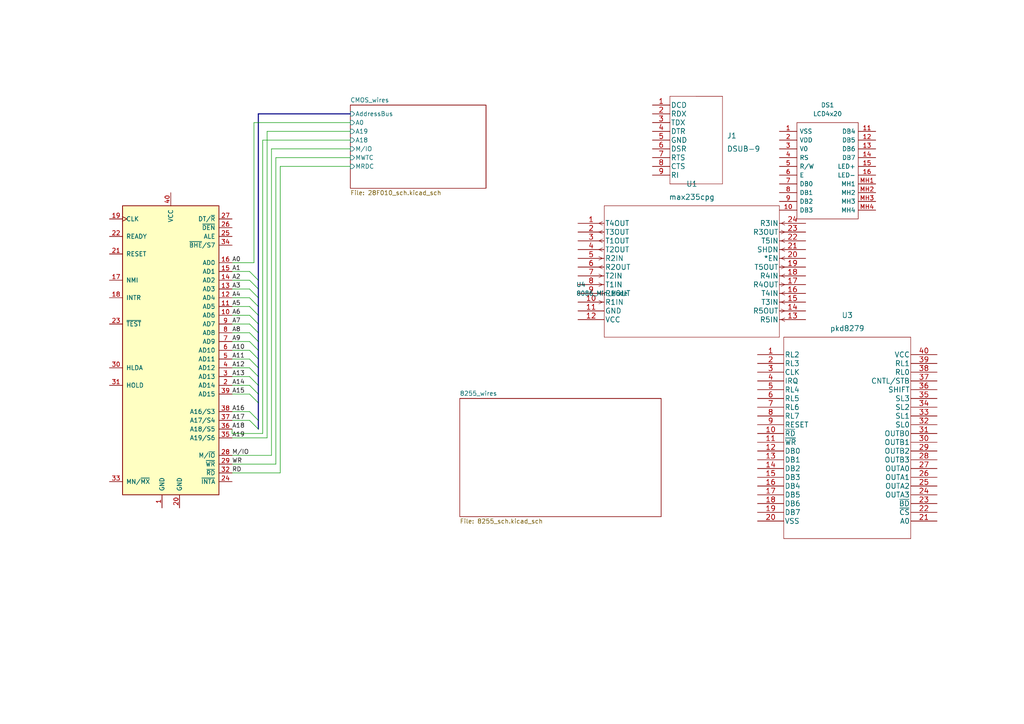
<source format=kicad_sch>
(kicad_sch (version 20211123) (generator eeschema)
  (paper "A4")
  (lib_symbols
    (symbol "DSUB-9:DSUB-9" (pin_names (offset 0.254))
      (property "Reference" "J" (at 8.89 6.35 0))
      (property "Value" "DSUB-9" (at 15.24 -8.89 0))
      (symbol "DSUB-9_1_1"
        (polyline (pts (xy 5.08 2.54) (xy 5.08 -22.86)) (stroke (width 0.127)))
        (polyline (pts (xy 12.7 -22.86) (xy 20.32 -22.86)) (stroke (width 0.127)))
        (polyline (pts (xy 12.7 2.54) (xy 5.08 2.54)) (stroke (width 0.127)))
        (polyline (pts (xy 20.32 -22.86) (xy 20.32 2.54)) (stroke (width 0.127)))
        (rectangle (start 5.08 -22.86) (end 12.7 -22.86))
        (rectangle (start 12.7 2.54) (end 20.32 2.54))
        (pin unspecified line (at 0 0 0) (length 5.08) (name "DCD") (number "1"))
        (pin unspecified line (at 0 -2.54 0) (length 5.08) (name "RDX") (number "2"))
        (pin unspecified line (at 0 -5.08 0) (length 5.08) (name "TDX") (number "3"))
        (pin unspecified line (at 0 -7.62 0) (length 5.08) (name "DTR") (number "4"))
        (pin unspecified line (at 0 -10.16 0) (length 5.08) (name "GND") (number "5"))
        (pin unspecified line (at 0 -12.7 0) (length 5.08) (name "DSR") (number "6"))
        (pin unspecified line (at 0 -15.24 0) (length 5.08) (name "RTS") (number "7"))
        (pin unspecified line (at 0 -17.78 0) (length 5.08) (name "CTS") (number "8"))
        (pin unspecified line (at 0 -20.32 0) (length 5.08) (name "RI") (number "9"))
      )
    )
    (symbol "LCD4x20:LCD4x20" (pin_names (offset 0.762))
      (property "Reference" "DS" (at 24.13 7.62 0))
      (property "Value" "LCD4x20" (at 24.13 5.08 0))
      (symbol "LCD4x20_0_0"
        (pin unspecified line (at 0 0 0) (length 5.08) (name "VSS") (number "1"))
        (pin unspecified line (at 0 -22.86 0) (length 5.08) (name "DB3") (number "10"))
        (pin unspecified line (at 27.94 0 180) (length 5.08) (name "DB4") (number "11"))
        (pin unspecified line (at 27.94 -2.54 180) (length 5.08) (name "DB5") (number "12"))
        (pin unspecified line (at 27.94 -5.08 180) (length 5.08) (name "DB6") (number "13"))
        (pin unspecified line (at 27.94 -7.62 180) (length 5.08) (name "DB7") (number "14"))
        (pin unspecified line (at 27.94 -10.16 180) (length 5.08) (name "LED+") (number "15"))
        (pin unspecified line (at 27.94 -12.7 180) (length 5.08) (name "LED-") (number "16"))
        (pin unspecified line (at 0 -2.54 0) (length 5.08) (name "VDD") (number "2"))
        (pin unspecified line (at 0 -5.08 0) (length 5.08) (name "V0") (number "3"))
        (pin unspecified line (at 0 -7.62 0) (length 5.08) (name "RS") (number "4"))
        (pin unspecified line (at 0 -10.16 0) (length 5.08) (name "R/W") (number "5"))
        (pin unspecified line (at 0 -12.7 0) (length 5.08) (name "E") (number "6"))
        (pin unspecified line (at 0 -15.24 0) (length 5.08) (name "DB0") (number "7"))
        (pin unspecified line (at 0 -17.78 0) (length 5.08) (name "DB1") (number "8"))
        (pin unspecified line (at 0 -20.32 0) (length 5.08) (name "DB2") (number "9"))
        (pin unspecified line (at 27.94 -15.24 180) (length 5.08) (name "MH1") (number "MH1"))
        (pin unspecified line (at 27.94 -17.78 180) (length 5.08) (name "MH2") (number "MH2"))
        (pin unspecified line (at 27.94 -20.32 180) (length 5.08) (name "MH3") (number "MH3"))
        (pin unspecified line (at 27.94 -22.86 180) (length 5.08) (name "MH4") (number "MH4"))
      )
      (symbol "LCD4x20_0_1"
        (polyline (pts (xy 5.08 2.54) (xy 22.86 2.54) (xy 22.86 -25.4) (xy 5.08 -25.4) (xy 5.08 2.54)) (stroke (width 0.1524)))
      )
    )
    (symbol "MCU_Intel:8086_Min_Mode" (pin_names (offset 1.016))
      (property "Reference" "U" (at -12.7 43.18 0))
      (property "Value" "8086_Min_Mode" (at 10.16 43.18 0))
      (symbol "8086_Min_Mode_0_1"
        (rectangle (start 13.97 -41.91) (end -13.97 41.91) (stroke (width 0.254)) (fill (type background)))
      )
      (symbol "8086_Min_Mode_1_1"
        (pin power_in line (at -2.54 -45.72 90) (length 3.81) (name "GND") (number "1"))
        (pin bidirectional line (at 17.78 10.16 180) (length 3.81) (name "AD6") (number "10"))
        (pin bidirectional line (at 17.78 12.7 180) (length 3.81) (name "AD5") (number "11"))
        (pin bidirectional line (at 17.78 15.24 180) (length 3.81) (name "AD4") (number "12"))
        (pin bidirectional line (at 17.78 17.78 180) (length 3.81) (name "AD3") (number "13"))
        (pin bidirectional line (at 17.78 20.32 180) (length 3.81) (name "AD2") (number "14"))
        (pin bidirectional line (at 17.78 22.86 180) (length 3.81) (name "AD1") (number "15"))
        (pin bidirectional line (at 17.78 25.4 180) (length 3.81) (name "AD0") (number "16"))
        (pin input line (at -17.78 20.32 0) (length 3.81) (name "NMI") (number "17"))
        (pin input line (at -17.78 15.24 0) (length 3.81) (name "INTR") (number "18"))
        (pin input clock (at -17.78 38.1 0) (length 3.81) (name "CLK") (number "19"))
        (pin bidirectional line (at 17.78 -10.16 180) (length 3.81) (name "AD14") (number "2"))
        (pin power_in line (at 2.54 -45.72 90) (length 3.81) (name "GND") (number "20"))
        (pin input line (at -17.78 27.94 0) (length 3.81) (name "RESET") (number "21"))
        (pin input line (at -17.78 33.02 0) (length 3.81) (name "READY") (number "22"))
        (pin input line (at -17.78 7.62 0) (length 3.81) (name "~{TEST}") (number "23"))
        (pin output line (at 17.78 -38.1 180) (length 3.81) (name "~{INTA}") (number "24"))
        (pin output line (at 17.78 33.02 180) (length 3.81) (name "ALE") (number "25"))
        (pin output line (at 17.78 35.56 180) (length 3.81) (name "~{DEN}") (number "26"))
        (pin output line (at 17.78 38.1 180) (length 3.81) (name "DT/~{R}") (number "27"))
        (pin output line (at 17.78 -30.48 180) (length 3.81) (name "M/~{IO}") (number "28"))
        (pin output line (at 17.78 -33.02 180) (length 3.81) (name "~{WR}") (number "29"))
        (pin bidirectional line (at 17.78 -7.62 180) (length 3.81) (name "AD13") (number "3"))
        (pin output line (at -17.78 -5.08 0) (length 3.81) (name "HLDA") (number "30"))
        (pin input line (at -17.78 -10.16 0) (length 3.81) (name "HOLD") (number "31"))
        (pin output line (at 17.78 -35.56 180) (length 3.81) (name "~{RD}") (number "32"))
        (pin input line (at -17.78 -38.1 0) (length 3.81) (name "MN/~{MX}") (number "33"))
        (pin output line (at 17.78 30.48 180) (length 3.81) (name "~{BHE}/S7") (number "34"))
        (pin output line (at 17.78 -25.4 180) (length 3.81) (name "A19/S6") (number "35"))
        (pin output line (at 17.78 -22.86 180) (length 3.81) (name "A18/S5") (number "36"))
        (pin output line (at 17.78 -20.32 180) (length 3.81) (name "A17/S4") (number "37"))
        (pin output line (at 17.78 -17.78 180) (length 3.81) (name "A16/S3") (number "38"))
        (pin bidirectional line (at 17.78 -12.7 180) (length 3.81) (name "AD15") (number "39"))
        (pin bidirectional line (at 17.78 -5.08 180) (length 3.81) (name "AD12") (number "4"))
        (pin power_in line (at 0 45.72 270) (length 3.81) (name "VCC") (number "40"))
        (pin bidirectional line (at 17.78 -2.54 180) (length 3.81) (name "AD11") (number "5"))
        (pin bidirectional line (at 17.78 0 180) (length 3.81) (name "AD10") (number "6"))
        (pin bidirectional line (at 17.78 2.54 180) (length 3.81) (name "AD9") (number "7"))
        (pin bidirectional line (at 17.78 5.08 180) (length 3.81) (name "AD8") (number "8"))
        (pin bidirectional line (at 17.78 7.62 180) (length 3.81) (name "AD7") (number "9"))
      )
    )
    (symbol "max235cpg:max235cpg" (pin_names (offset 0.254))
      (property "Reference" "U" (at 33.02 10.16 0))
      (property "Value" "max235cpg" (at 33.02 7.62 0))
      (symbol "max235cpg_1_1"
        (polyline (pts (xy 7.112 -22.86) (xy 6.0452 -23.368)) (stroke (width 0.127)))
        (polyline (pts (xy 7.112 -22.86) (xy 6.0452 -22.352)) (stroke (width 0.127)))
        (polyline (pts (xy 7.112 -20.828) (xy 6.0452 -20.32)) (stroke (width 0.127)))
        (polyline (pts (xy 7.112 -19.812) (xy 6.0452 -20.32)) (stroke (width 0.127)))
        (polyline (pts (xy 7.112 -17.78) (xy 6.0452 -18.288)) (stroke (width 0.127)))
        (polyline (pts (xy 7.112 -17.78) (xy 6.0452 -17.272)) (stroke (width 0.127)))
        (polyline (pts (xy 7.112 -15.24) (xy 6.0452 -15.748)) (stroke (width 0.127)))
        (polyline (pts (xy 7.112 -15.24) (xy 6.0452 -14.732)) (stroke (width 0.127)))
        (polyline (pts (xy 7.112 -13.208) (xy 6.0452 -12.7)) (stroke (width 0.127)))
        (polyline (pts (xy 7.112 -12.192) (xy 6.0452 -12.7)) (stroke (width 0.127)))
        (polyline (pts (xy 7.112 -10.16) (xy 6.0452 -10.668)) (stroke (width 0.127)))
        (polyline (pts (xy 7.112 -10.16) (xy 6.0452 -9.652)) (stroke (width 0.127)))
        (polyline (pts (xy 7.112 -8.128) (xy 6.0452 -7.62)) (stroke (width 0.127)))
        (polyline (pts (xy 7.112 -7.112) (xy 6.0452 -7.62)) (stroke (width 0.127)))
        (polyline (pts (xy 7.112 -5.588) (xy 6.0452 -5.08)) (stroke (width 0.127)))
        (polyline (pts (xy 7.112 -4.572) (xy 6.0452 -5.08)) (stroke (width 0.127)))
        (polyline (pts (xy 7.112 -3.048) (xy 6.0452 -2.54)) (stroke (width 0.127)))
        (polyline (pts (xy 7.112 -2.032) (xy 6.0452 -2.54)) (stroke (width 0.127)))
        (polyline (pts (xy 7.112 -0.508) (xy 6.0452 0)) (stroke (width 0.127)))
        (polyline (pts (xy 7.112 0.508) (xy 6.0452 0)) (stroke (width 0.127)))
        (polyline (pts (xy 7.62 -33.02) (xy 58.42 -33.02)) (stroke (width 0.127)))
        (polyline (pts (xy 7.62 5.08) (xy 7.62 -33.02)) (stroke (width 0.127)))
        (polyline (pts (xy 58.42 -33.02) (xy 58.42 5.08)) (stroke (width 0.127)))
        (polyline (pts (xy 58.42 5.08) (xy 7.62 5.08)) (stroke (width 0.127)))
        (polyline (pts (xy 58.928 -27.94) (xy 59.9948 -28.448)) (stroke (width 0.127)))
        (polyline (pts (xy 58.928 -27.94) (xy 59.9948 -27.432)) (stroke (width 0.127)))
        (polyline (pts (xy 58.928 -25.908) (xy 59.9948 -25.4)) (stroke (width 0.127)))
        (polyline (pts (xy 58.928 -24.892) (xy 59.9948 -25.4)) (stroke (width 0.127)))
        (polyline (pts (xy 58.928 -22.86) (xy 59.9948 -23.368)) (stroke (width 0.127)))
        (polyline (pts (xy 58.928 -22.86) (xy 59.9948 -22.352)) (stroke (width 0.127)))
        (polyline (pts (xy 58.928 -20.32) (xy 59.9948 -20.828)) (stroke (width 0.127)))
        (polyline (pts (xy 58.928 -20.32) (xy 59.9948 -19.812)) (stroke (width 0.127)))
        (polyline (pts (xy 58.928 -18.288) (xy 59.9948 -17.78)) (stroke (width 0.127)))
        (polyline (pts (xy 58.928 -17.272) (xy 59.9948 -17.78)) (stroke (width 0.127)))
        (polyline (pts (xy 58.928 -15.24) (xy 59.9948 -15.748)) (stroke (width 0.127)))
        (polyline (pts (xy 58.928 -15.24) (xy 59.9948 -14.732)) (stroke (width 0.127)))
        (polyline (pts (xy 58.928 -13.208) (xy 59.9948 -12.7)) (stroke (width 0.127)))
        (polyline (pts (xy 58.928 -12.192) (xy 59.9948 -12.7)) (stroke (width 0.127)))
        (polyline (pts (xy 58.928 -10.16) (xy 59.9948 -10.668)) (stroke (width 0.127)))
        (polyline (pts (xy 58.928 -10.16) (xy 59.9948 -9.652)) (stroke (width 0.127)))
        (polyline (pts (xy 58.928 -7.62) (xy 59.9948 -8.128)) (stroke (width 0.127)))
        (polyline (pts (xy 58.928 -7.62) (xy 59.9948 -7.112)) (stroke (width 0.127)))
        (polyline (pts (xy 58.928 -5.08) (xy 59.9948 -5.588)) (stroke (width 0.127)))
        (polyline (pts (xy 58.928 -5.08) (xy 59.9948 -4.572)) (stroke (width 0.127)))
        (polyline (pts (xy 58.928 -3.048) (xy 59.9948 -2.54)) (stroke (width 0.127)))
        (polyline (pts (xy 58.928 -2.032) (xy 59.9948 -2.54)) (stroke (width 0.127)))
        (polyline (pts (xy 58.928 0) (xy 59.9948 -0.508)) (stroke (width 0.127)))
        (polyline (pts (xy 58.928 0) (xy 59.9948 0.508)) (stroke (width 0.127)))
        (pin output line (at 0 0 0) (length 7.62) (name "T4OUT") (number "1"))
        (pin input line (at 0 -22.86 0) (length 7.62) (name "R1IN") (number "10"))
        (pin power_in line (at 0 -25.4 0) (length 7.62) (name "GND") (number "11"))
        (pin power_in line (at 0 -27.94 0) (length 7.62) (name "VCC") (number "12"))
        (pin input line (at 66.04 -27.94 180) (length 7.62) (name "R5IN") (number "13"))
        (pin output line (at 66.04 -25.4 180) (length 7.62) (name "R5OUT") (number "14"))
        (pin input line (at 66.04 -22.86 180) (length 7.62) (name "T3IN") (number "15"))
        (pin input line (at 66.04 -20.32 180) (length 7.62) (name "T4IN") (number "16"))
        (pin output line (at 66.04 -17.78 180) (length 7.62) (name "R4OUT") (number "17"))
        (pin input line (at 66.04 -15.24 180) (length 7.62) (name "R4IN") (number "18"))
        (pin output line (at 66.04 -12.7 180) (length 7.62) (name "T5OUT") (number "19"))
        (pin output line (at 0 -2.54 0) (length 7.62) (name "T3OUT") (number "2"))
        (pin input line (at 66.04 -10.16 180) (length 7.62) (name "*EN") (number "20"))
        (pin input line (at 66.04 -7.62 180) (length 7.62) (name "SHDN") (number "21"))
        (pin input line (at 66.04 -5.08 180) (length 7.62) (name "T5IN") (number "22"))
        (pin output line (at 66.04 -2.54 180) (length 7.62) (name "R3OUT") (number "23"))
        (pin input line (at 66.04 0 180) (length 7.62) (name "R3IN") (number "24"))
        (pin output line (at 0 -5.08 0) (length 7.62) (name "T1OUT") (number "3"))
        (pin output line (at 0 -7.62 0) (length 7.62) (name "T2OUT") (number "4"))
        (pin input line (at 0 -10.16 0) (length 7.62) (name "R2IN") (number "5"))
        (pin output line (at 0 -12.7 0) (length 7.62) (name "R2OUT") (number "6"))
        (pin input line (at 0 -15.24 0) (length 7.62) (name "T2IN") (number "7"))
        (pin input line (at 0 -17.78 0) (length 7.62) (name "T1IN") (number "8"))
        (pin output line (at 0 -20.32 0) (length 7.62) (name "R1OUT") (number "9"))
      )
    )
    (symbol "pkd8279:pkd8279" (pin_names (offset 0.254))
      (property "Reference" "U" (at 25.4 13.97 0))
      (property "Value" "pkd8279" (at 25.4 11.43 0))
      (symbol "pkd8279_0_1"
        (rectangle (start 7.62 -53.34) (end 44.45 -53.34))
        (rectangle (start 7.62 5.08) (end 44.45 5.08))
      )
      (symbol "pkd8279_1_1"
        (polyline (pts (xy 7.62 5.08) (xy 7.62 -53.34)) (stroke (width 0.127)))
        (polyline (pts (xy 44.45 -53.34) (xy 44.45 5.08)) (stroke (width 0.127)))
        (pin unspecified line (at 0 0 0) (length 7.62) (name "RL2") (number "1"))
        (pin unspecified line (at 0 -22.86 0) (length 7.62) (name "~{RD}") (number "10"))
        (pin unspecified line (at 0 -25.4 0) (length 7.62) (name "~{WR}") (number "11"))
        (pin unspecified line (at 0 -27.94 0) (length 7.62) (name "DB0") (number "12"))
        (pin unspecified line (at 0 -30.48 0) (length 7.62) (name "DB1") (number "13"))
        (pin unspecified line (at 0 -33.02 0) (length 7.62) (name "DB2") (number "14"))
        (pin unspecified line (at 0 -35.56 0) (length 7.62) (name "DB3") (number "15"))
        (pin unspecified line (at 0 -38.1 0) (length 7.62) (name "DB4") (number "16"))
        (pin unspecified line (at 0 -40.64 0) (length 7.62) (name "DB5") (number "17"))
        (pin unspecified line (at 0 -43.18 0) (length 7.62) (name "DB6") (number "18"))
        (pin unspecified line (at 0 -45.72 0) (length 7.62) (name "DB7") (number "19"))
        (pin unspecified line (at 0 -2.54 0) (length 7.62) (name "RL3") (number "2"))
        (pin unspecified line (at 0 -48.26 0) (length 7.62) (name "VSS") (number "20"))
        (pin unspecified line (at 52.07 -48.26 180) (length 7.62) (name "A0") (number "21"))
        (pin unspecified line (at 52.07 -45.72 180) (length 7.62) (name "~{CS}") (number "22"))
        (pin unspecified line (at 52.07 -43.18 180) (length 7.62) (name "~{BD}") (number "23"))
        (pin unspecified line (at 52.07 -40.64 180) (length 7.62) (name "OUTA3") (number "24"))
        (pin unspecified line (at 52.07 -38.1 180) (length 7.62) (name "OUTA2") (number "25"))
        (pin unspecified line (at 52.07 -35.56 180) (length 7.62) (name "OUTA1") (number "26"))
        (pin unspecified line (at 52.07 -33.02 180) (length 7.62) (name "OUTA0") (number "27"))
        (pin unspecified line (at 52.07 -30.48 180) (length 7.62) (name "OUTB3") (number "28"))
        (pin unspecified line (at 52.07 -27.94 180) (length 7.62) (name "OUTB2") (number "29"))
        (pin unspecified line (at 0 -5.08 0) (length 7.62) (name "CLK") (number "3"))
        (pin unspecified line (at 52.07 -25.4 180) (length 7.62) (name "OUTB1") (number "30"))
        (pin unspecified line (at 52.07 -22.86 180) (length 7.62) (name "OUTB0") (number "31"))
        (pin unspecified line (at 52.07 -20.32 180) (length 7.62) (name "SL0") (number "32"))
        (pin unspecified line (at 52.07 -17.78 180) (length 7.62) (name "SL1") (number "33"))
        (pin unspecified line (at 52.07 -15.24 180) (length 7.62) (name "SL2") (number "34"))
        (pin unspecified line (at 52.07 -12.7 180) (length 7.62) (name "SL3") (number "35"))
        (pin unspecified line (at 52.07 -10.16 180) (length 7.62) (name "SHIFT") (number "36"))
        (pin unspecified line (at 52.07 -7.62 180) (length 7.62) (name "CNTL/STB") (number "37"))
        (pin unspecified line (at 52.07 -5.08 180) (length 7.62) (name "RL0") (number "38"))
        (pin unspecified line (at 52.07 -2.54 180) (length 7.62) (name "RL1") (number "39"))
        (pin unspecified line (at 0 -7.62 0) (length 7.62) (name "IRQ") (number "4"))
        (pin unspecified line (at 52.07 0 180) (length 7.62) (name "VCC") (number "40"))
        (pin unspecified line (at 0 -10.16 0) (length 7.62) (name "RL4") (number "5"))
        (pin unspecified line (at 0 -12.7 0) (length 7.62) (name "RL5") (number "6"))
        (pin unspecified line (at 0 -15.24 0) (length 7.62) (name "RL6") (number "7"))
        (pin unspecified line (at 0 -17.78 0) (length 7.62) (name "RL7") (number "8"))
        (pin unspecified line (at 0 -20.32 0) (length 7.62) (name "RESET") (number "9"))
      )
    )
  )
  (bus_entry (at 72.39 81.28) (size 2.54 2.54))
  (bus_entry (at 72.39 83.82) (size 2.54 2.54))
  (bus_entry (at 72.39 78.74) (size 2.54 2.54))
  (bus_entry (at 72.39 88.9) (size 2.54 2.54))
  (bus_entry (at 72.39 91.44) (size 2.54 2.54))
  (bus_entry (at 72.39 86.36) (size 2.54 2.54))
  (bus_entry (at 72.39 96.52) (size 2.54 2.54))
  (bus_entry (at 72.39 99.06) (size 2.54 2.54))
  (bus_entry (at 72.39 111.76) (size 2.54 2.54))
  (bus_entry (at 72.39 114.3) (size 2.54 2.54))
  (bus_entry (at 72.39 119.38) (size 2.54 2.54))
  (bus_entry (at 72.39 101.6) (size 2.54 2.54))
  (bus_entry (at 72.39 104.14) (size 2.54 2.54))
  (bus_entry (at 72.39 106.68) (size 2.54 2.54))
  (bus_entry (at 72.39 109.22) (size 2.54 2.54))
  (bus_entry (at 72.39 93.98) (size 2.54 2.54))
  (bus_entry (at 72.39 121.92) (size 2.54 2.54))
  (wire (pts (xy 67.31 86.36) (xy 72.39 86.36)))
  (wire (pts (xy 67.31 132.08) (xy 78.74 132.08)))
  (bus (pts (xy 74.93 121.92) (xy 74.93 116.84)))
  (bus (pts (xy 74.93 88.9) (xy 74.93 86.36)))
  (wire (pts (xy 73.66 35.56) (xy 101.6 35.56)))
  (wire (pts (xy 67.31 93.98) (xy 72.39 93.98)))
  (wire (pts (xy 67.31 114.3) (xy 72.39 114.3)))
  (wire (pts (xy 81.28 137.16) (xy 81.28 48.26)))
  (bus (pts (xy 74.93 106.68) (xy 74.93 104.14)))
  (wire (pts (xy 67.31 137.16) (xy 81.28 137.16)))
  (bus (pts (xy 74.93 96.52) (xy 74.93 93.98)))
  (bus (pts (xy 74.93 93.98) (xy 74.93 91.44)))
  (bus (pts (xy 74.93 104.14) (xy 74.93 101.6)))
  (wire (pts (xy 67.31 119.38) (xy 72.39 119.38)))
  (bus (pts (xy 74.93 116.84) (xy 74.93 114.3)))
  (wire (pts (xy 67.31 106.68) (xy 72.39 106.68)))
  (wire (pts (xy 78.74 132.08) (xy 78.74 43.18)))
  (bus (pts (xy 74.93 33.02) (xy 74.93 81.28)))
  (wire (pts (xy 77.47 38.1) (xy 101.6 38.1)))
  (wire (pts (xy 67.31 88.9) (xy 72.39 88.9)))
  (wire (pts (xy 67.31 134.62) (xy 80.01 134.62)))
  (wire (pts (xy 67.31 104.14) (xy 72.39 104.14)))
  (wire (pts (xy 67.31 96.52) (xy 72.39 96.52)))
  (wire (pts (xy 67.31 76.2) (xy 73.66 76.2)))
  (wire (pts (xy 67.31 78.74) (xy 72.39 78.74)))
  (bus (pts (xy 74.93 101.6) (xy 74.93 99.06)))
  (wire (pts (xy 67.31 111.76) (xy 72.39 111.76)))
  (wire (pts (xy 73.66 35.56) (xy 73.66 76.2)))
  (wire (pts (xy 67.31 125.73) (xy 67.31 124.46)))
  (bus (pts (xy 74.93 109.22) (xy 74.93 106.68)))
  (wire (pts (xy 67.31 109.22) (xy 72.39 109.22)))
  (wire (pts (xy 81.28 48.26) (xy 101.6 48.26)))
  (wire (pts (xy 67.31 121.92) (xy 72.39 121.92)))
  (wire (pts (xy 67.31 91.44) (xy 72.39 91.44)))
  (bus (pts (xy 74.93 99.06) (xy 74.93 96.52)))
  (bus (pts (xy 74.93 114.3) (xy 74.93 111.76)))
  (wire (pts (xy 76.2 40.64) (xy 76.2 125.73)))
  (bus (pts (xy 74.93 111.76) (xy 74.93 109.22)))
  (bus (pts (xy 74.93 91.44) (xy 74.93 88.9)))
  (wire (pts (xy 76.2 125.73) (xy 67.31 125.73)))
  (wire (pts (xy 80.01 134.62) (xy 80.01 45.72)))
  (wire (pts (xy 78.74 43.18) (xy 101.6 43.18)))
  (bus (pts (xy 74.93 124.46) (xy 74.93 121.92)))
  (wire (pts (xy 77.47 127) (xy 77.47 38.1)))
  (wire (pts (xy 67.31 101.6) (xy 72.39 101.6)))
  (bus (pts (xy 74.93 83.82) (xy 74.93 81.28)))
  (wire (pts (xy 76.2 40.64) (xy 101.6 40.64)))
  (bus (pts (xy 74.93 33.02) (xy 101.6 33.02)))
  (wire (pts (xy 67.31 99.06) (xy 72.39 99.06)))
  (wire (pts (xy 67.31 83.82) (xy 72.39 83.82)))
  (wire (pts (xy 67.31 81.28) (xy 72.39 81.28)))
  (bus (pts (xy 74.93 86.36) (xy 74.93 83.82)))
  (wire (pts (xy 80.01 45.72) (xy 101.6 45.72)))
  (wire (pts (xy 67.31 127) (xy 77.47 127)))
  (label "A2" (at 67.31 81.28 0))
  (label "A11" (at 67.31 104.14 0))
  (label "A7" (at 67.31 93.98 0))
  (label "A14" (at 67.31 111.76 0))
  (label "A1" (at 67.31 78.74 0))
  (label "A12" (at 67.31 106.68 0))
  (label "A8" (at 67.31 96.52 0))
  (label "A15" (at 67.31 114.3 0))
  (label "A10" (at 67.31 101.6 0))
  (label "A0" (at 67.31 76.2 0))
  (label "WR" (at 67.31 134.62 0))
  (label "A9" (at 67.31 99.06 0))
  (label "A19" (at 67.31 127 0))
  (label "A18" (at 67.31 124.46 0))
  (label "A6" (at 67.31 91.44 0))
  (label "A13" (at 67.31 109.22 0))
  (label "A16" (at 67.31 119.38 0))
  (label "A3" (at 67.31 83.82 0))
  (label "A4" (at 67.31 86.36 0))
  (label "A17" (at 67.31 121.92 0))
  (label "RD" (at 67.31 137.16 0))
  (label "A5" (at 67.31 88.9 0))
  (label "M{slash}IO" (at 67.31 132.08 0))
  (symbol (lib_id "LCD4x20:LCD4x20") (at 226.06 38.1 0) (unit 1)
    (property "Reference" "DS1" (at 240.03 30.48 0))
    (property "Value" "LCD4x20" (at 240.03 33.02 0))
    (property "Footprint" "LCD4x20" (effects hide))
    (property "Datasheet" "https://componentsearchengine.com/Datasheets/1/LCD4x20.pdf" (effects hide))
    (property "Description" "LCD Character Display Modules & Accessories STN-Y/G Transfl 77.5 x 47.0" (effects hide))
    (property "Height" "14.5" (effects hide))
    (property "Mouser Part Number" "763-0420AZFLYBW33V3" (effects hide))
    (property "Mouser Price/Stock" "https://www.mouser.com/Search/Refine.aspx?Keyword=763-0420AZFLYBW33V3" (effects hide))
    (property "Manufacturer_Name" "Newhaven Display" (effects hide))
  )
  (symbol (lib_id "pkd8279:pkd8279") (at 219.71 102.87 0) (unit 1)
    (property "Reference" "U3" (at 245.745 91.44 0) (effects (font (size 1.524 1.524))))
    (property "Value" "pkd8279" (at 245.745 95.25 0) (effects (font (size 1.524 1.524))))
    (property "Footprint" "pkd8279" (effects hide))
  )
  (symbol (lib_id "MCU_Intel:8086_Min_Mode") (at 49.53 101.6 0) (unit 1)
    (property "Reference" "U4" (at 167.1194 82.55 0) (effects (justify left)))
    (property "Value" "8086_Min_Mode" (at 167.1194 85.09 0) (effects (justify left)))
    (property "Footprint" "Package_DIP:DIP-40_W15.24mm" (effects hide))
    (property "Datasheet" "http://datasheets.chipdb.org/Intel/x86/808x/datashts/8086/231455-006.pdf" (effects hide))
  )
  (symbol (lib_id "max235cpg:max235cpg") (at 167.64 64.77 0) (unit 1)
    (property "Reference" "U1" (at 200.66 53.34 0) (effects (font (size 1.524 1.524))))
    (property "Value" "max235cpg" (at 200.66 57.15 0) (effects (font (size 1.524 1.524))))
    (property "Footprint" "max235cpg" (effects hide))
  )
  (symbol (lib_id "DSUB-9:DSUB-9") (at 189.23 30.48 0) (unit 1)
    (property "Reference" "J1" (at 210.82 39.37 0) (effects (font (size 1.524 1.524)) (justify left)))
    (property "Value" "DSUB-9" (at 210.82 43.18 0) (effects (font (size 1.524 1.524)) (justify left)))
    (property "Footprint" "DSUB-9" (effects hide))
  )
  (sheet (at 133.35 115.57) (size 58.42 34.29) (stroke (width 0.1524))
    (property "Sheet name" "8255_wires" (at 133.35 114.8584 0) (effects (justify left bottom)))
    (property "Sheet file" "8255_sch.kicad_sch" (at 133.35 150.4446 0) (effects (justify left top)))
  )
  (sheet (at 101.6 30.48) (size 39.37 24.13) (stroke (width 0.1524))
    (property "Sheet name" "CMOS_wires" (at 101.6 29.7684 0) (effects (justify left bottom)))
    (property "Sheet file" "28F010_sch.kicad_sch" (at 101.6 55.1946 0) (effects (justify left top)))
    (pin "A0" input (at 101.6 35.56 180))
    (pin "AddressBus" input (at 101.6 33.02 180))
    (pin "A19" input (at 101.6 38.1 180))
    (pin "A18" input (at 101.6 40.64 180))
    (pin "M{slash}IO" input (at 101.6 43.18 180))
    (pin "MWTC" input (at 101.6 45.72 180))
    (pin "MRDC" input (at 101.6 48.26 180))
  )
)
</source>
